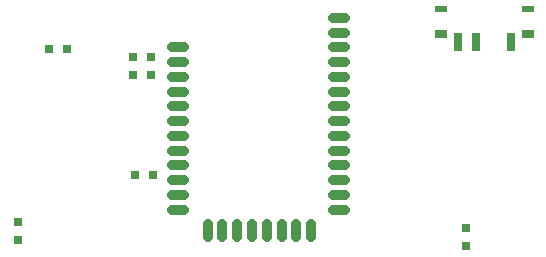
<source format=gbr>
G04 EAGLE Gerber RS-274X export*
G75*
%MOMM*%
%FSLAX34Y34*%
%LPD*%
%INSolderpaste Top*%
%IPPOS*%
%AMOC8*
5,1,8,0,0,1.08239X$1,22.5*%
G01*
%ADD10C,0.863600*%
%ADD11R,0.800000X0.800000*%
%ADD12R,0.700000X1.500000*%
%ADD13R,1.000000X0.600000*%
%ADD14R,1.000000X0.800000*%


D10*
X198720Y-12287D02*
X198720Y-1873D01*
X211217Y-1873D02*
X211217Y-12287D01*
X223714Y-12287D02*
X223714Y-1873D01*
X236210Y-1873D02*
X236210Y-12287D01*
X248707Y-12287D02*
X248707Y-1873D01*
X261204Y-1873D02*
X261204Y-12287D01*
X273701Y-12287D02*
X273701Y-1873D01*
X286197Y-1873D02*
X286197Y-12287D01*
X178527Y147861D02*
X168113Y147861D01*
X168113Y135364D02*
X178527Y135364D01*
X178527Y122867D02*
X168113Y122867D01*
X168113Y110370D02*
X178527Y110370D01*
X178527Y97873D02*
X168113Y97873D01*
X168113Y85377D02*
X178527Y85377D01*
X178527Y72880D02*
X168113Y72880D01*
X168113Y60383D02*
X178527Y60383D01*
X178527Y47886D02*
X168113Y47886D01*
X168113Y35389D02*
X178527Y35389D01*
X178527Y22893D02*
X168113Y22893D01*
X168113Y10396D02*
X178527Y10396D01*
X304511Y10447D02*
X314925Y10447D01*
X314925Y22943D02*
X304511Y22943D01*
X304511Y35440D02*
X314925Y35440D01*
X314925Y47937D02*
X304511Y47937D01*
X304511Y60434D02*
X314925Y60434D01*
X314925Y72930D02*
X304511Y72930D01*
X304511Y85427D02*
X314925Y85427D01*
X314925Y97924D02*
X304511Y97924D01*
X304511Y110421D02*
X314925Y110421D01*
X314925Y122918D02*
X304511Y122918D01*
X304511Y135414D02*
X314925Y135414D01*
X314925Y147911D02*
X304511Y147911D01*
X304511Y160408D02*
X314925Y160408D01*
X314925Y172905D02*
X304511Y172905D01*
D11*
X417110Y-5170D03*
X417110Y-20410D03*
X79590Y146430D03*
X64350Y146430D03*
X37860Y-15590D03*
X37860Y-350D03*
X135480Y139660D03*
X135480Y124420D03*
X150560Y140060D03*
X150560Y124820D03*
X152700Y40000D03*
X137460Y40000D03*
D12*
X410570Y152680D03*
X425570Y152680D03*
X455570Y152680D03*
D13*
X396570Y180180D03*
D14*
X396570Y159180D03*
D13*
X469570Y180180D03*
D14*
X469570Y159180D03*
M02*

</source>
